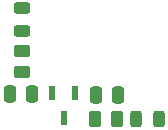
<source format=gtp>
G04 #@! TF.GenerationSoftware,KiCad,Pcbnew,8.0.6*
G04 #@! TF.CreationDate,2024-11-26T19:15:12-08:00*
G04 #@! TF.ProjectId,Constellation STAR UAF V1.0,436f6e73-7465-46c6-9c61-74696f6e2053,rev?*
G04 #@! TF.SameCoordinates,Original*
G04 #@! TF.FileFunction,Paste,Top*
G04 #@! TF.FilePolarity,Positive*
%FSLAX46Y46*%
G04 Gerber Fmt 4.6, Leading zero omitted, Abs format (unit mm)*
G04 Created by KiCad (PCBNEW 8.0.6) date 2024-11-26 19:15:12*
%MOMM*%
%LPD*%
G01*
G04 APERTURE LIST*
G04 Aperture macros list*
%AMRoundRect*
0 Rectangle with rounded corners*
0 $1 Rounding radius*
0 $2 $3 $4 $5 $6 $7 $8 $9 X,Y pos of 4 corners*
0 Add a 4 corners polygon primitive as box body*
4,1,4,$2,$3,$4,$5,$6,$7,$8,$9,$2,$3,0*
0 Add four circle primitives for the rounded corners*
1,1,$1+$1,$2,$3*
1,1,$1+$1,$4,$5*
1,1,$1+$1,$6,$7*
1,1,$1+$1,$8,$9*
0 Add four rect primitives between the rounded corners*
20,1,$1+$1,$2,$3,$4,$5,0*
20,1,$1+$1,$4,$5,$6,$7,0*
20,1,$1+$1,$6,$7,$8,$9,0*
20,1,$1+$1,$8,$9,$2,$3,0*%
G04 Aperture macros list end*
%ADD10RoundRect,0.250000X0.450000X-0.262500X0.450000X0.262500X-0.450000X0.262500X-0.450000X-0.262500X0*%
%ADD11R,0.600000X1.250000*%
%ADD12RoundRect,0.250000X0.250000X0.475000X-0.250000X0.475000X-0.250000X-0.475000X0.250000X-0.475000X0*%
%ADD13RoundRect,0.250000X-0.262500X-0.450000X0.262500X-0.450000X0.262500X0.450000X-0.262500X0.450000X0*%
%ADD14RoundRect,0.243750X-0.456250X0.243750X-0.456250X-0.243750X0.456250X-0.243750X0.456250X0.243750X0*%
%ADD15RoundRect,0.243750X0.243750X0.456250X-0.243750X0.456250X-0.243750X-0.456250X0.243750X-0.456250X0*%
%ADD16RoundRect,0.250000X-0.250000X-0.475000X0.250000X-0.475000X0.250000X0.475000X-0.250000X0.475000X0*%
G04 APERTURE END LIST*
D10*
X53100000Y-68225000D03*
X53100000Y-66400000D03*
D11*
X57600000Y-69999999D03*
X55700000Y-69999999D03*
X56650000Y-72100000D03*
D12*
X53999999Y-70100000D03*
X52100001Y-70100000D03*
D13*
X59337498Y-72150000D03*
X61162498Y-72150000D03*
D14*
X53100000Y-62824999D03*
X53100000Y-64700001D03*
D15*
X64687500Y-72150000D03*
X62812498Y-72150000D03*
D16*
X59350000Y-70150000D03*
X61249998Y-70150000D03*
M02*

</source>
